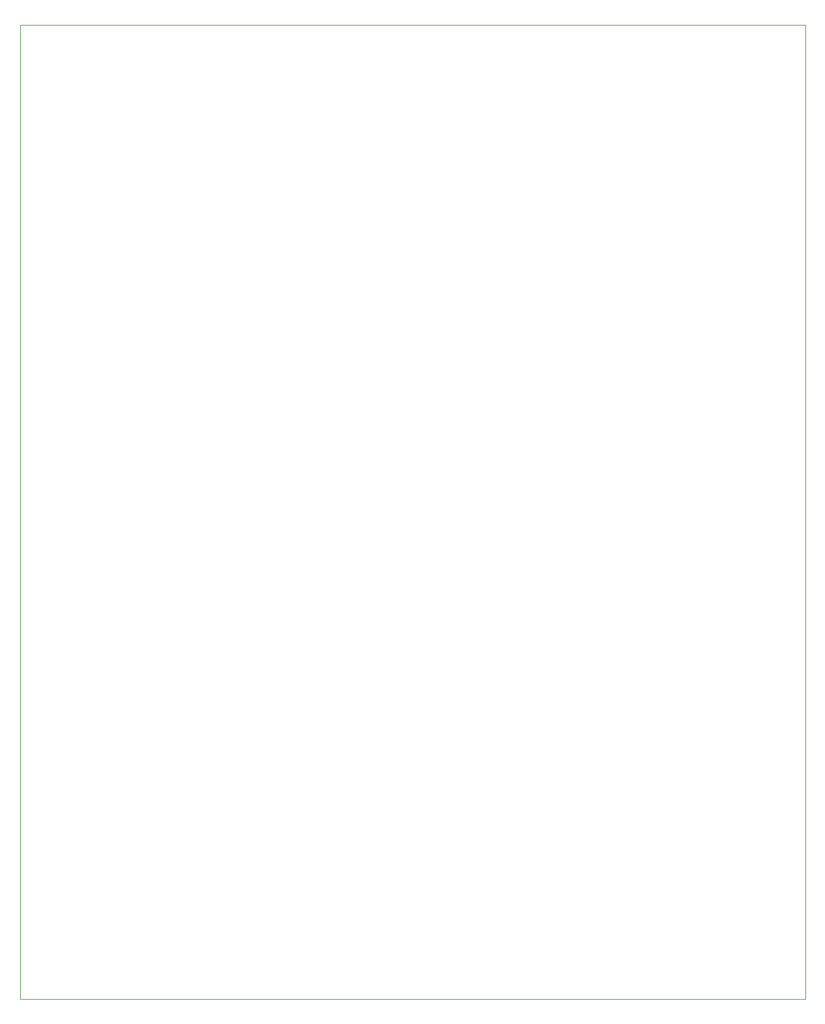
<source format=gbr>
%TF.GenerationSoftware,KiCad,Pcbnew,(5.99.0-10282-g296a9df530)*%
%TF.CreationDate,2021-08-12T07:58:26+00:00*%
%TF.ProjectId,sensorburner,73656e73-6f72-4627-9572-6e65722e6b69,rev?*%
%TF.SameCoordinates,Original*%
%TF.FileFunction,Profile,NP*%
%FSLAX46Y46*%
G04 Gerber Fmt 4.6, Leading zero omitted, Abs format (unit mm)*
G04 Created by KiCad (PCBNEW (5.99.0-10282-g296a9df530)) date 2021-08-12 07:58:26*
%MOMM*%
%LPD*%
G01*
G04 APERTURE LIST*
%TA.AperFunction,Profile*%
%ADD10C,0.100000*%
%TD*%
G04 APERTURE END LIST*
D10*
X112000000Y0D02*
X112000000Y-139000000D01*
X112000000Y0D02*
X0Y0D01*
X112000000Y-139000000D02*
X0Y-139000000D01*
X0Y-139000000D02*
X0Y0D01*
M02*

</source>
